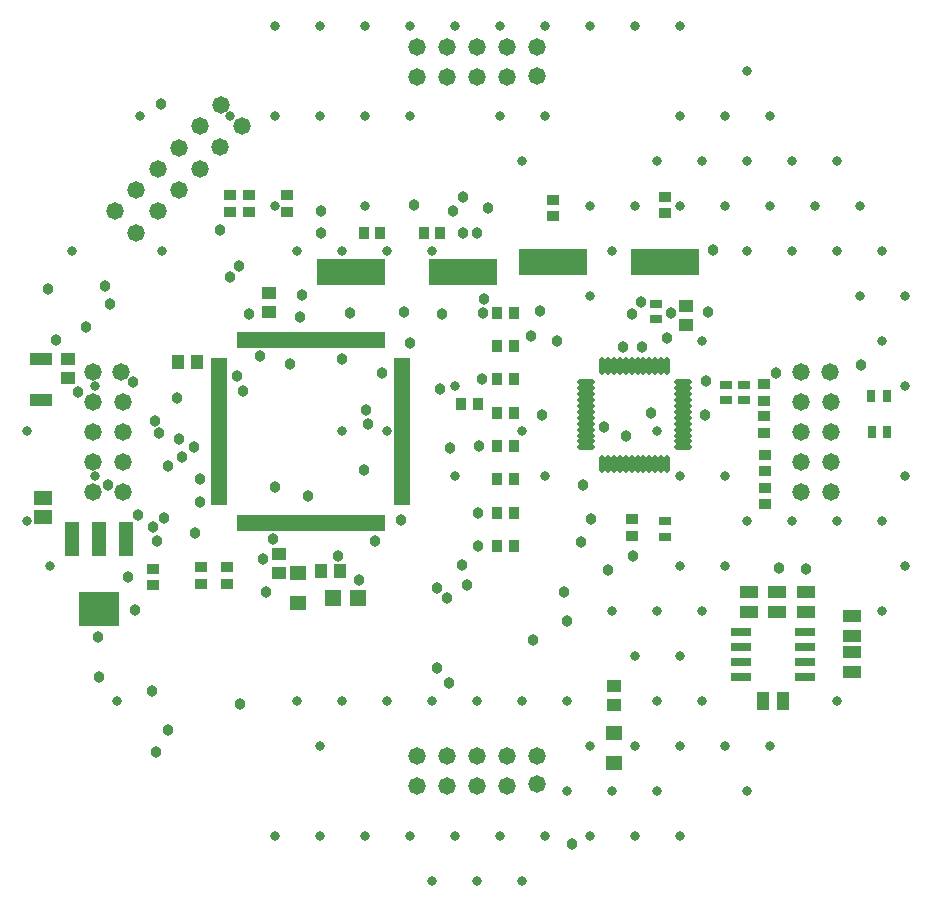
<source format=gbr>
%TF.GenerationSoftware,Altium Limited,Altium Designer,18.1.6 (161)*%
G04 Layer_Color=8388736*
%FSLAX26Y26*%
%MOIN*%
%TF.FileFunction,Soldermask,Top*%
%TF.Part,Single*%
G01*
G75*
%TA.AperFunction,SMDPad,CuDef*%
%ADD43R,0.061150X0.045402*%
%ADD45R,0.047370X0.043433*%
%ADD46R,0.043433X0.047370*%
%ADD47R,0.035559X0.043433*%
%ADD48R,0.043433X0.035559*%
%TA.AperFunction,ComponentPad*%
%ADD50C,0.058000*%
%TA.AperFunction,ViaPad*%
%ADD51C,0.033000*%
%ADD52C,0.038000*%
%TA.AperFunction,SMDPad,CuDef*%
%ADD56R,0.039496X0.031622*%
%ADD57R,0.031622X0.039496*%
%ADD58R,0.057213X0.051307*%
%ADD59R,0.055244X0.055244*%
%ADD60R,0.041465X0.059181*%
%ADD61R,0.059181X0.041465*%
%ADD62R,0.067843X0.031622*%
%ADD63R,0.228472X0.090677*%
%ADD64R,0.047370X0.114299*%
%ADD65R,0.137921X0.114299*%
%ADD66R,0.019811X0.055244*%
%ADD67R,0.055244X0.019811*%
%ADD68R,0.074929X0.039496*%
G04:AMPARAMS|DCode=69|XSize=17.843mil|YSize=57.213mil|CornerRadius=5.968mil|HoleSize=0mil|Usage=FLASHONLY|Rotation=90.000|XOffset=0mil|YOffset=0mil|HoleType=Round|Shape=RoundedRectangle|*
%AMROUNDEDRECTD69*
21,1,0.017843,0.045276,0,0,90.0*
21,1,0.005906,0.057213,0,0,90.0*
1,1,0.011937,0.022638,0.002953*
1,1,0.011937,0.022638,-0.002953*
1,1,0.011937,-0.022638,-0.002953*
1,1,0.011937,-0.022638,0.002953*
%
%ADD69ROUNDEDRECTD69*%
G04:AMPARAMS|DCode=70|XSize=17.843mil|YSize=57.213mil|CornerRadius=5.968mil|HoleSize=0mil|Usage=FLASHONLY|Rotation=180.000|XOffset=0mil|YOffset=0mil|HoleType=Round|Shape=RoundedRectangle|*
%AMROUNDEDRECTD70*
21,1,0.017843,0.045276,0,0,180.0*
21,1,0.005906,0.057213,0,0,180.0*
1,1,0.011937,-0.002953,0.022638*
1,1,0.011937,0.002953,0.022638*
1,1,0.011937,0.002953,-0.022638*
1,1,0.011937,-0.002953,-0.022638*
%
%ADD70ROUNDEDRECTD70*%
D43*
X1703543Y2926496D02*
D03*
Y2863504D02*
D03*
D45*
X3845000Y3503504D02*
D03*
Y3566496D02*
D03*
X3606102Y2238504D02*
D03*
Y2301496D02*
D03*
X2490000Y2740000D02*
D03*
Y2677008D02*
D03*
X1785000Y3328504D02*
D03*
Y3391496D02*
D03*
X2455000Y3611496D02*
D03*
Y3548504D02*
D03*
D46*
X2628504Y2685000D02*
D03*
X2691496D02*
D03*
X2153504Y3380000D02*
D03*
X2216496D02*
D03*
D47*
X3152559Y3240000D02*
D03*
X3097441D02*
D03*
X3272559Y2768386D02*
D03*
X3217441D02*
D03*
X3272559Y2879331D02*
D03*
X3217441D02*
D03*
X3272559Y2990275D02*
D03*
X3217441D02*
D03*
X3272559Y3101220D02*
D03*
X3217441D02*
D03*
X3272559Y3212165D02*
D03*
X3217441D02*
D03*
X3272559Y3323110D02*
D03*
X3217441D02*
D03*
X3272559Y3545000D02*
D03*
X3217441D02*
D03*
X3272559Y3434055D02*
D03*
X3217441D02*
D03*
X2972441Y3810000D02*
D03*
X3027559D02*
D03*
X2827559Y3810000D02*
D03*
X2772441D02*
D03*
D48*
X3665157Y2857559D02*
D03*
Y2802441D02*
D03*
X2070000Y2637441D02*
D03*
Y2692559D02*
D03*
X2390000Y3937559D02*
D03*
Y3882441D02*
D03*
X2516260Y3937559D02*
D03*
Y3882441D02*
D03*
X2315000Y2697559D02*
D03*
Y2642441D02*
D03*
X2230000Y2697559D02*
D03*
Y2642441D02*
D03*
X4105000Y3307559D02*
D03*
Y3252441D02*
D03*
X4110000Y3072559D02*
D03*
Y3017441D02*
D03*
X4110000Y2907441D02*
D03*
Y2962559D02*
D03*
X4105000Y3144882D02*
D03*
Y3200000D02*
D03*
X2325000Y3882441D02*
D03*
Y3937559D02*
D03*
X3402992Y3922559D02*
D03*
Y3867441D02*
D03*
X3775000Y3932559D02*
D03*
Y3877441D02*
D03*
D50*
X2297132Y4237132D02*
D03*
X2367843Y4166421D02*
D03*
X2014289Y3812868D02*
D03*
X2085000Y3883579D02*
D03*
X2155711Y3954289D02*
D03*
X2226421Y4025000D02*
D03*
X2293597Y4099246D02*
D03*
X2226421Y4166421D02*
D03*
X2155711Y4095711D02*
D03*
X2085000Y4025000D02*
D03*
X2014289Y3954289D02*
D03*
X1943579Y3883579D02*
D03*
X2949606Y4330709D02*
D03*
X3049606D02*
D03*
X3149606D02*
D03*
X3249606D02*
D03*
X3349606Y4335709D02*
D03*
Y4430709D02*
D03*
X3249606D02*
D03*
X3149606D02*
D03*
X3049606D02*
D03*
X2949606D02*
D03*
X1868504Y2949606D02*
D03*
Y3049606D02*
D03*
Y3149606D02*
D03*
Y3249606D02*
D03*
Y3349606D02*
D03*
X1963504D02*
D03*
X1968504Y3249606D02*
D03*
Y3149606D02*
D03*
Y3049606D02*
D03*
Y2949606D02*
D03*
X2949606Y1968504D02*
D03*
X3049606D02*
D03*
X3149606D02*
D03*
X3249606D02*
D03*
X3349606Y1973504D02*
D03*
Y2068504D02*
D03*
X3249606D02*
D03*
X3149606D02*
D03*
X3049606D02*
D03*
X2949606D02*
D03*
X4230709Y2949606D02*
D03*
Y3049606D02*
D03*
Y3149606D02*
D03*
Y3249606D02*
D03*
Y3349606D02*
D03*
X4325709D02*
D03*
X4330709Y3249606D02*
D03*
Y3149606D02*
D03*
Y3049606D02*
D03*
Y2949606D02*
D03*
D51*
X4500000Y3750000D02*
D03*
X4575000Y3600000D02*
D03*
X4500000Y3450000D02*
D03*
X4575000Y3300000D02*
D03*
Y3000000D02*
D03*
X4500000Y2850000D02*
D03*
X4575000Y2700000D02*
D03*
X4500000Y2550000D02*
D03*
X4350000Y4050000D02*
D03*
X4425000Y3900000D02*
D03*
X4350000Y3750000D02*
D03*
X4425000Y3600000D02*
D03*
X4350000Y2850000D02*
D03*
Y2250000D02*
D03*
X4200000Y4050000D02*
D03*
X4275000Y3900000D02*
D03*
X4200000Y3750000D02*
D03*
Y2850000D02*
D03*
X4050000Y4350000D02*
D03*
X4125000Y4200000D02*
D03*
X4050000Y4050000D02*
D03*
X4125000Y3900000D02*
D03*
X4050000Y3750000D02*
D03*
Y2850000D02*
D03*
X4125000Y2100000D02*
D03*
X4050000Y1950000D02*
D03*
X3975000Y4200000D02*
D03*
X3900000Y4050000D02*
D03*
X3975000Y3900000D02*
D03*
X3900000Y3450000D02*
D03*
X3975000Y3000000D02*
D03*
Y2700000D02*
D03*
X3900000Y2550000D02*
D03*
Y2250000D02*
D03*
X3975000Y2100000D02*
D03*
X3825000Y4500000D02*
D03*
Y4200000D02*
D03*
X3750000Y4050000D02*
D03*
X3825000Y3900000D02*
D03*
X3750000Y3150000D02*
D03*
X3825000Y3000000D02*
D03*
Y2700000D02*
D03*
X3750000Y2550000D02*
D03*
X3825000Y2400000D02*
D03*
X3750000Y2250000D02*
D03*
X3825000Y2100000D02*
D03*
X3750000Y1950000D02*
D03*
X3825000Y1800000D02*
D03*
X3675000Y4500000D02*
D03*
Y3900000D02*
D03*
X3600000Y3750000D02*
D03*
Y2550000D02*
D03*
X3675000Y2400000D02*
D03*
Y2100000D02*
D03*
X3600000Y1950000D02*
D03*
X3675000Y1800000D02*
D03*
X3525000Y4500000D02*
D03*
Y3900000D02*
D03*
Y3600000D02*
D03*
X3450000Y2250000D02*
D03*
X3525000Y2100000D02*
D03*
X3450000Y1950000D02*
D03*
X3525000Y1800000D02*
D03*
X3375000Y4500000D02*
D03*
Y4200000D02*
D03*
X3300000Y4050000D02*
D03*
Y3150000D02*
D03*
X3375000Y3000000D02*
D03*
X3300000Y2250000D02*
D03*
X3375000Y1800000D02*
D03*
X3300000Y1650000D02*
D03*
X3225000Y4500000D02*
D03*
Y4200000D02*
D03*
X3150000Y2250000D02*
D03*
X3225000Y1800000D02*
D03*
X3150000Y1650000D02*
D03*
X3075000Y4500000D02*
D03*
X3000000Y3750000D02*
D03*
X3075000Y3300000D02*
D03*
Y3000000D02*
D03*
X3000000Y2250000D02*
D03*
X3075000Y1800000D02*
D03*
X3000000Y1650000D02*
D03*
X2925000Y4500000D02*
D03*
Y4200000D02*
D03*
X2850000Y3750000D02*
D03*
Y3150000D02*
D03*
Y2250000D02*
D03*
X2925000Y1800000D02*
D03*
X2775000Y4500000D02*
D03*
Y4200000D02*
D03*
Y3900000D02*
D03*
X2700000Y3750000D02*
D03*
Y3150000D02*
D03*
Y2250000D02*
D03*
X2775000Y1800000D02*
D03*
X2625000Y4500000D02*
D03*
Y4200000D02*
D03*
X2550000Y3750000D02*
D03*
Y2250000D02*
D03*
X2625000Y2100000D02*
D03*
Y1800000D02*
D03*
X2475000Y4500000D02*
D03*
Y4200000D02*
D03*
Y3900000D02*
D03*
Y1800000D02*
D03*
X2325000Y4200000D02*
D03*
X2100000Y3750000D02*
D03*
X2025000Y4200000D02*
D03*
X1950000Y2250000D02*
D03*
X1800000Y3750000D02*
D03*
X1875000Y3300000D02*
D03*
Y3000000D02*
D03*
X1650000Y3150000D02*
D03*
Y2850000D02*
D03*
X1725000Y2700000D02*
D03*
D52*
X2084000Y2785000D02*
D03*
X1820000Y3280000D02*
D03*
X1920000Y2972441D02*
D03*
X2080000Y2080000D02*
D03*
X2686496Y2735000D02*
D03*
X2772165Y3020000D02*
D03*
X2470000Y2790000D02*
D03*
X2435000Y2725000D02*
D03*
X4430000Y3370000D02*
D03*
X3115000Y2637441D02*
D03*
X3100000Y2705000D02*
D03*
X2755000Y2655000D02*
D03*
X3935000Y3755000D02*
D03*
X2150000Y3260000D02*
D03*
X1745000Y3454803D02*
D03*
X2018858Y2870000D02*
D03*
X1985000Y2665000D02*
D03*
X2065000Y2285000D02*
D03*
X1890000Y2330000D02*
D03*
X2358504Y2240000D02*
D03*
X2210000Y2810000D02*
D03*
X2010000Y2555000D02*
D03*
X3440000Y2613464D02*
D03*
X1720000Y3625000D02*
D03*
X2785000Y3175000D02*
D03*
X2075000Y3185000D02*
D03*
X2090000Y3145000D02*
D03*
X2003996Y3313504D02*
D03*
X2780000Y3220000D02*
D03*
X3055000Y2310000D02*
D03*
X3017500Y2362500D02*
D03*
X3050000Y2595000D02*
D03*
X1925000Y3575000D02*
D03*
X2560000Y3530945D02*
D03*
X2120000Y2155000D02*
D03*
X2940000Y3905000D02*
D03*
X3102008Y3812008D02*
D03*
X3033071Y3542480D02*
D03*
X2630000Y3885000D02*
D03*
Y3810000D02*
D03*
X2725000Y3545433D02*
D03*
X2095000Y4240000D02*
D03*
X2906496Y3548504D02*
D03*
X3171575Y3590000D02*
D03*
X3149606Y3812008D02*
D03*
X3185000Y3895000D02*
D03*
X3070000Y3885000D02*
D03*
X2390000Y3542480D02*
D03*
X3335000Y2455000D02*
D03*
X3450000Y2516890D02*
D03*
X3586417Y2686417D02*
D03*
X1885000Y2465000D02*
D03*
X3015000Y2627520D02*
D03*
X3060000Y3095000D02*
D03*
X1845000Y3498110D02*
D03*
X2293597Y3820000D02*
D03*
X1910000Y3633150D02*
D03*
X3465000Y1775000D02*
D03*
X4155000Y2695000D02*
D03*
X4245000Y2690000D02*
D03*
X2225000Y2990000D02*
D03*
X2205000Y3098110D02*
D03*
X2165000Y3065000D02*
D03*
X2120000Y3033661D02*
D03*
X2225000Y2913385D02*
D03*
X2105000Y2860000D02*
D03*
X2070000Y2830000D02*
D03*
X3365000Y3205000D02*
D03*
X2445000Y2615000D02*
D03*
X2585000Y2935000D02*
D03*
X3102008Y3930000D02*
D03*
X2325000Y3665000D02*
D03*
X3635000Y3430000D02*
D03*
X3695000Y3580000D02*
D03*
X3665000Y3542480D02*
D03*
X3330000Y3468504D02*
D03*
X2370000Y3285000D02*
D03*
X3920000Y3547480D02*
D03*
X3572520Y3165000D02*
D03*
X2525000Y3375000D02*
D03*
X2425000Y3400000D02*
D03*
X3795000Y3545000D02*
D03*
X3910000Y3205000D02*
D03*
X4147559Y3345000D02*
D03*
X3730000Y3210000D02*
D03*
X3495000Y2781142D02*
D03*
X2895000Y2853386D02*
D03*
X2700000Y3390000D02*
D03*
X2350000Y3335000D02*
D03*
X2475000Y2965000D02*
D03*
X3698740Y3430000D02*
D03*
X2810000Y2785000D02*
D03*
X2925000Y3445000D02*
D03*
X3670000Y2735000D02*
D03*
X2565000Y3605000D02*
D03*
X3027520Y3290000D02*
D03*
X3165000Y3325000D02*
D03*
X2831220Y3345000D02*
D03*
X3170000Y3545000D02*
D03*
X2355000Y3700000D02*
D03*
X3783110Y3460000D02*
D03*
X3645000Y3135000D02*
D03*
X3502441Y2972441D02*
D03*
X3530000Y2857559D02*
D03*
X3415000Y3450000D02*
D03*
X3360000Y3550000D02*
D03*
X3156614Y3101220D02*
D03*
X2155000Y3125000D02*
D03*
X3153229Y2879331D02*
D03*
X3151614Y2768386D02*
D03*
X3912500Y3317500D02*
D03*
D56*
X3745000Y3575590D02*
D03*
Y3524409D02*
D03*
X4040000Y3254409D02*
D03*
Y3305590D02*
D03*
X3980000Y3254409D02*
D03*
Y3305590D02*
D03*
X3775000Y2850591D02*
D03*
Y2799410D02*
D03*
D57*
X4515591Y3267716D02*
D03*
X4464409D02*
D03*
X4516181Y3149606D02*
D03*
X4465000D02*
D03*
D58*
X3605000Y2045787D02*
D03*
Y2144213D02*
D03*
X2554291Y2578307D02*
D03*
Y2676732D02*
D03*
D59*
X2751339Y2595000D02*
D03*
X2668661D02*
D03*
D60*
X4101535Y2250000D02*
D03*
X4168465D02*
D03*
D61*
X4400000Y2466535D02*
D03*
Y2533465D02*
D03*
Y2346535D02*
D03*
Y2413465D02*
D03*
X4055000Y2613464D02*
D03*
Y2546535D02*
D03*
X4150000Y2613465D02*
D03*
Y2546535D02*
D03*
X4245000Y2613465D02*
D03*
Y2546535D02*
D03*
D62*
X4244370Y2330000D02*
D03*
Y2380000D02*
D03*
Y2430000D02*
D03*
Y2480000D02*
D03*
X4028622Y2330000D02*
D03*
Y2380000D02*
D03*
Y2430000D02*
D03*
Y2480000D02*
D03*
D63*
X3102008Y3680000D02*
D03*
X2727992D02*
D03*
X3402992Y3715000D02*
D03*
X3777008D02*
D03*
D64*
X1980551Y2791142D02*
D03*
X1890000D02*
D03*
X1799449D02*
D03*
D65*
X1890000Y2558858D02*
D03*
D66*
X2831220Y3454803D02*
D03*
X2811535D02*
D03*
X2791850D02*
D03*
X2772165D02*
D03*
X2752480D02*
D03*
X2732795D02*
D03*
X2713110D02*
D03*
X2693425D02*
D03*
X2673740D02*
D03*
X2654055D02*
D03*
X2634370D02*
D03*
X2614685D02*
D03*
X2595000D02*
D03*
X2575315D02*
D03*
X2555630D02*
D03*
X2535945D02*
D03*
X2516260D02*
D03*
X2496575D02*
D03*
X2476890D02*
D03*
X2457205D02*
D03*
X2437520D02*
D03*
X2417835D02*
D03*
X2398150D02*
D03*
X2378465D02*
D03*
X2358780D02*
D03*
Y2844567D02*
D03*
X2378465D02*
D03*
X2398150D02*
D03*
X2417835D02*
D03*
X2437520D02*
D03*
X2457205D02*
D03*
X2476890D02*
D03*
X2496575D02*
D03*
X2516260D02*
D03*
X2535945D02*
D03*
X2555630D02*
D03*
X2575315D02*
D03*
X2595000D02*
D03*
X2614685D02*
D03*
X2634370D02*
D03*
X2654055D02*
D03*
X2673740D02*
D03*
X2693425D02*
D03*
X2713110D02*
D03*
X2732795D02*
D03*
X2752480D02*
D03*
X2772165D02*
D03*
X2791850D02*
D03*
X2811535D02*
D03*
X2831220D02*
D03*
D67*
X2289882Y3385905D02*
D03*
Y3366220D02*
D03*
Y3346535D02*
D03*
Y3326850D02*
D03*
Y3307165D02*
D03*
Y3287480D02*
D03*
Y3267795D02*
D03*
Y3248110D02*
D03*
Y3228425D02*
D03*
Y3208740D02*
D03*
Y3189055D02*
D03*
Y3169370D02*
D03*
Y3149685D02*
D03*
Y3130000D02*
D03*
Y3110315D02*
D03*
Y3090630D02*
D03*
Y3070945D02*
D03*
Y3051260D02*
D03*
Y3031575D02*
D03*
Y3011890D02*
D03*
Y2992205D02*
D03*
Y2972520D02*
D03*
Y2952835D02*
D03*
Y2933150D02*
D03*
Y2913465D02*
D03*
X2900118D02*
D03*
Y2933150D02*
D03*
Y2952835D02*
D03*
Y2972520D02*
D03*
Y2992205D02*
D03*
Y3011890D02*
D03*
Y3031575D02*
D03*
Y3051260D02*
D03*
Y3070945D02*
D03*
Y3090630D02*
D03*
Y3110315D02*
D03*
Y3130000D02*
D03*
Y3149685D02*
D03*
Y3169370D02*
D03*
Y3189055D02*
D03*
Y3208740D02*
D03*
Y3228425D02*
D03*
Y3248110D02*
D03*
Y3267795D02*
D03*
Y3287480D02*
D03*
Y3307165D02*
D03*
Y3326850D02*
D03*
Y3346535D02*
D03*
Y3366220D02*
D03*
Y3385905D02*
D03*
D68*
X1695000Y3390039D02*
D03*
Y3256181D02*
D03*
D69*
X3512441Y3096732D02*
D03*
Y3116417D02*
D03*
Y3136102D02*
D03*
Y3155787D02*
D03*
Y3175472D02*
D03*
Y3195157D02*
D03*
Y3214843D02*
D03*
Y3234528D02*
D03*
Y3254213D02*
D03*
Y3273898D02*
D03*
Y3293583D02*
D03*
Y3313268D02*
D03*
X3837244D02*
D03*
Y3293583D02*
D03*
Y3273898D02*
D03*
Y3254213D02*
D03*
Y3234528D02*
D03*
Y3214843D02*
D03*
Y3195157D02*
D03*
Y3175472D02*
D03*
Y3155787D02*
D03*
Y3136102D02*
D03*
Y3116417D02*
D03*
Y3096732D02*
D03*
D70*
X3566575Y3367401D02*
D03*
X3586260D02*
D03*
X3605945D02*
D03*
X3625630D02*
D03*
X3645315D02*
D03*
X3665000D02*
D03*
X3684685D02*
D03*
X3704370D02*
D03*
X3724055D02*
D03*
X3743740D02*
D03*
X3763425D02*
D03*
X3783110D02*
D03*
Y3042598D02*
D03*
X3763425D02*
D03*
X3743740D02*
D03*
X3724055D02*
D03*
X3704370D02*
D03*
X3684685D02*
D03*
X3665000D02*
D03*
X3645315D02*
D03*
X3625630D02*
D03*
X3605945D02*
D03*
X3586260D02*
D03*
X3566575D02*
D03*
%TF.MD5,8513dace93f8bcb850529d8ac6de0010*%
M02*

</source>
